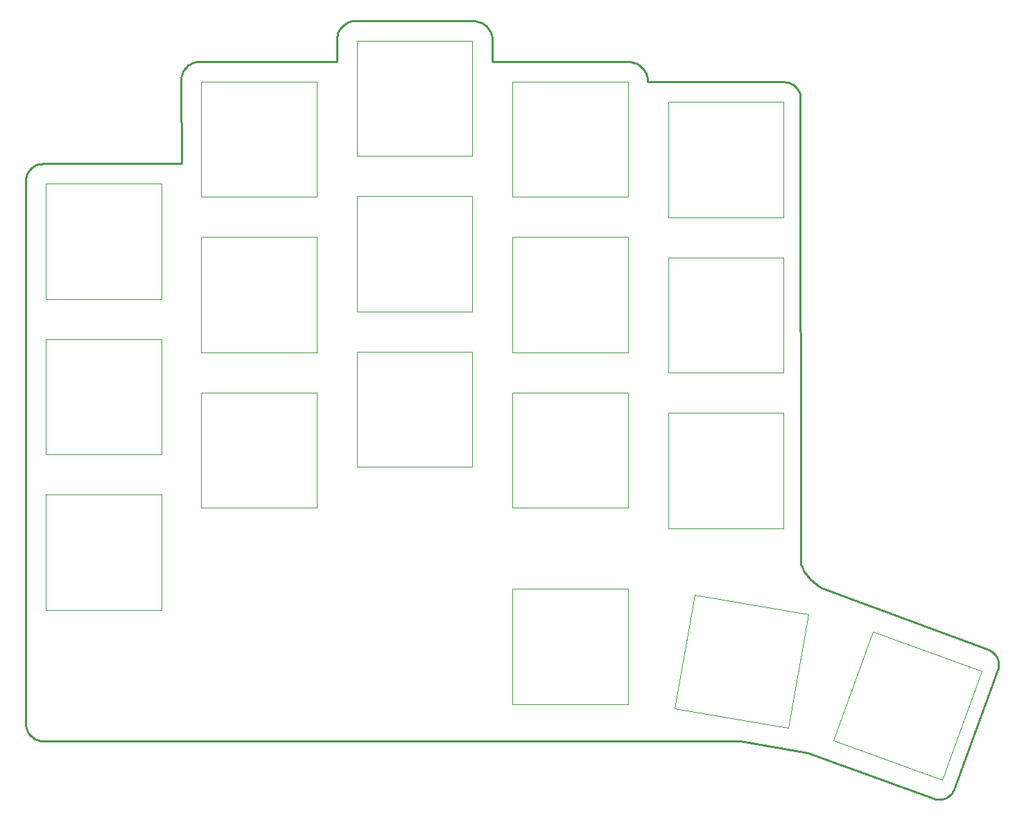
<source format=gbr>
%TF.GenerationSoftware,KiCad,Pcbnew,(5.1.10)-1*%
%TF.CreationDate,2021-12-10T08:58:51-08:00*%
%TF.ProjectId,5col-switchplate,35636f6c-2d73-4776-9974-6368706c6174,rev?*%
%TF.SameCoordinates,Original*%
%TF.FileFunction,Profile,NP*%
%FSLAX46Y46*%
G04 Gerber Fmt 4.6, Leading zero omitted, Abs format (unit mm)*
G04 Created by KiCad (PCBNEW (5.1.10)-1) date 2021-12-10 08:58:51*
%MOMM*%
%LPD*%
G01*
G04 APERTURE LIST*
%TA.AperFunction,Profile*%
%ADD10C,0.050000*%
%TD*%
%TA.AperFunction,Profile*%
%ADD11C,0.250000*%
%TD*%
G04 APERTURE END LIST*
D10*
X154989002Y-105752329D02*
X150166518Y-119001995D01*
X150166518Y-119001995D02*
X163416184Y-123824479D01*
X168238668Y-110574813D02*
X154989002Y-105752329D01*
X163416184Y-123824479D02*
X168238668Y-110574813D01*
X133193918Y-101191290D02*
X130745479Y-115077079D01*
X130745479Y-115077079D02*
X144631268Y-117525518D01*
X147079707Y-103639729D02*
X133193918Y-101191290D01*
X144631268Y-117525518D02*
X147079707Y-103639729D01*
X129942593Y-40978404D02*
X129942593Y-55078404D01*
X129942593Y-55078404D02*
X144042593Y-55078404D01*
X144042593Y-40978404D02*
X129942593Y-40978404D01*
X144042593Y-55078404D02*
X144042593Y-40978404D01*
X129942593Y-59978404D02*
X129942593Y-74078404D01*
X129942593Y-74078404D02*
X144042593Y-74078404D01*
X144042593Y-59978404D02*
X129942593Y-59978404D01*
X144042593Y-74078404D02*
X144042593Y-59978404D01*
X129942593Y-78978404D02*
X129942593Y-93078404D01*
X129942593Y-93078404D02*
X144042593Y-93078404D01*
X144042593Y-78978404D02*
X129942593Y-78978404D01*
X144042593Y-93078404D02*
X144042593Y-78978404D01*
X110942593Y-100478404D02*
X110942593Y-114578404D01*
X110942593Y-114578404D02*
X125042593Y-114578404D01*
X125042593Y-100478404D02*
X110942593Y-100478404D01*
X125042593Y-114578404D02*
X125042593Y-100478404D01*
X110942593Y-76478404D02*
X110942593Y-90578404D01*
X110942593Y-90578404D02*
X125042593Y-90578404D01*
X125042593Y-76478404D02*
X110942593Y-76478404D01*
X125042593Y-90578404D02*
X125042593Y-76478404D01*
X110942593Y-57478404D02*
X110942593Y-71578404D01*
X110942593Y-71578404D02*
X125042593Y-71578404D01*
X125042593Y-57478404D02*
X110942593Y-57478404D01*
X125042593Y-71578404D02*
X125042593Y-57478404D01*
X110942593Y-38478404D02*
X110942593Y-52578404D01*
X110942593Y-52578404D02*
X125042593Y-52578404D01*
X125042593Y-38478404D02*
X110942593Y-38478404D01*
X125042593Y-52578404D02*
X125042593Y-38478404D01*
X91942593Y-33478404D02*
X91942593Y-47578404D01*
X91942593Y-47578404D02*
X106042593Y-47578404D01*
X106042593Y-33478404D02*
X91942593Y-33478404D01*
X106042593Y-47578404D02*
X106042593Y-33478404D01*
X91942593Y-52478404D02*
X91942593Y-66578404D01*
X91942593Y-66578404D02*
X106042593Y-66578404D01*
X106042593Y-52478404D02*
X91942593Y-52478404D01*
X106042593Y-66578404D02*
X106042593Y-52478404D01*
X91942593Y-71478404D02*
X91942593Y-85578404D01*
X91942593Y-85578404D02*
X106042593Y-85578404D01*
X106042593Y-71478404D02*
X91942593Y-71478404D01*
X106042593Y-85578404D02*
X106042593Y-71478404D01*
X72942593Y-76478404D02*
X72942593Y-90578404D01*
X72942593Y-90578404D02*
X87042593Y-90578404D01*
X87042593Y-76478404D02*
X72942593Y-76478404D01*
X87042593Y-90578404D02*
X87042593Y-76478404D01*
X72942593Y-57478404D02*
X72942593Y-71578404D01*
X72942593Y-71578404D02*
X87042593Y-71578404D01*
X87042593Y-57478404D02*
X72942593Y-57478404D01*
X87042593Y-71578404D02*
X87042593Y-57478404D01*
X72942593Y-38478404D02*
X72942593Y-52578404D01*
X72942593Y-52578404D02*
X87042593Y-52578404D01*
X87042593Y-38478404D02*
X72942593Y-38478404D01*
X87042593Y-52578404D02*
X87042593Y-38478404D01*
X53942593Y-88978404D02*
X53942593Y-103078404D01*
X53942593Y-103078404D02*
X68042593Y-103078404D01*
X68042593Y-88978404D02*
X53942593Y-88978404D01*
X68042593Y-103078404D02*
X68042593Y-88978404D01*
X53942593Y-69978404D02*
X53942593Y-84078404D01*
X53942593Y-84078404D02*
X68042593Y-84078404D01*
X68042593Y-69978404D02*
X53942593Y-69978404D01*
X68042593Y-84078404D02*
X68042593Y-69978404D01*
X53942593Y-50978404D02*
X53942593Y-65078404D01*
X53942593Y-65078404D02*
X68042593Y-65078404D01*
X68042593Y-50978404D02*
X53942593Y-50978404D01*
X68042593Y-65078404D02*
X68042593Y-50978404D01*
D11*
X148900593Y-100510404D02*
X148663172Y-100376573D01*
X148663172Y-100376573D02*
X148429738Y-100232140D01*
X148429738Y-100232140D02*
X148201230Y-100077305D01*
X148201230Y-100077305D02*
X147978589Y-99912266D01*
X147978589Y-99912266D02*
X147762754Y-99737223D01*
X147762754Y-99737223D02*
X147554665Y-99552375D01*
X147554665Y-99552375D02*
X147355262Y-99357920D01*
X147355262Y-99357920D02*
X147165485Y-99154058D01*
X147165485Y-99154058D02*
X146986274Y-98940988D01*
X146986274Y-98940988D02*
X146818569Y-98718910D01*
X146818569Y-98718910D02*
X146663309Y-98488022D01*
X146663309Y-98488022D02*
X146521435Y-98248523D01*
X146521435Y-98248523D02*
X146393887Y-98000612D01*
X146393887Y-98000612D02*
X146281603Y-97744490D01*
X146281603Y-97744490D02*
X146185525Y-97480354D01*
X146185525Y-97480354D02*
X146106593Y-97208404D01*
X127462596Y-38525458D02*
X144074593Y-38521704D01*
X52107378Y-118442147D02*
X51928159Y-118239278D01*
X51928159Y-118239278D02*
X51776485Y-118017769D01*
X51776485Y-118017769D02*
X51653517Y-117780428D01*
X51653517Y-117780428D02*
X51560417Y-117530061D01*
X51560417Y-117530061D02*
X51498348Y-117269476D01*
X51498348Y-117269476D02*
X51468471Y-117001478D01*
X51468471Y-117001478D02*
X51465795Y-116892833D01*
X162413393Y-126126304D02*
X146983414Y-120510248D01*
X146983414Y-120510248D02*
X138740593Y-119076352D01*
X138740593Y-119076352D02*
X53656647Y-119083807D01*
X51465795Y-116892833D02*
X51460425Y-50682975D01*
X53656647Y-119083807D02*
X53386471Y-119067120D01*
X53386471Y-119067120D02*
X53122587Y-119017775D01*
X53122587Y-119017775D02*
X52867801Y-118936934D01*
X52867801Y-118936934D02*
X52624921Y-118825761D01*
X52624921Y-118825761D02*
X52396752Y-118685418D01*
X52396752Y-118685418D02*
X52186103Y-118517068D01*
X52186103Y-118517068D02*
X52107378Y-118442147D01*
X89511871Y-36027018D02*
X89484135Y-33331526D01*
X70511889Y-48525643D02*
X70471881Y-38284649D01*
X106005278Y-31025537D02*
X106313215Y-31044701D01*
X106313215Y-31044701D02*
X106613888Y-31101315D01*
X106613888Y-31101315D02*
X106904061Y-31194028D01*
X106904061Y-31194028D02*
X107180498Y-31321490D01*
X107180498Y-31321490D02*
X107439962Y-31482351D01*
X107439962Y-31482351D02*
X107679218Y-31675260D01*
X107679218Y-31675260D02*
X107768538Y-31761096D01*
X126761564Y-36762361D02*
X126962212Y-36994499D01*
X126962212Y-36994499D02*
X127130979Y-37247640D01*
X127130979Y-37247640D02*
X127266564Y-37518502D01*
X127266564Y-37518502D02*
X127367664Y-37803801D01*
X127367664Y-37803801D02*
X127432977Y-38100256D01*
X127432977Y-38100256D02*
X127461201Y-38404585D01*
X127461201Y-38404585D02*
X127461814Y-38527787D01*
X72720645Y-36027071D02*
X89511871Y-36027018D01*
X71127405Y-36688835D02*
X71335810Y-36504045D01*
X71335810Y-36504045D02*
X71563483Y-36347632D01*
X71563483Y-36347632D02*
X71807524Y-36220801D01*
X71807524Y-36220801D02*
X72065032Y-36124756D01*
X72065032Y-36124756D02*
X72333107Y-36060703D01*
X72333107Y-36060703D02*
X72608850Y-36029848D01*
X72608850Y-36029848D02*
X72720645Y-36027071D01*
X91765892Y-31026073D02*
X106005278Y-31025537D01*
X51460425Y-50682975D02*
X51485301Y-50354530D01*
X51485301Y-50354530D02*
X51557434Y-50041640D01*
X51557434Y-50041640D02*
X51673165Y-49747961D01*
X51673165Y-49747961D02*
X51828835Y-49477152D01*
X51828835Y-49477152D02*
X52020786Y-49232871D01*
X52020786Y-49232871D02*
X52245360Y-49018776D01*
X52245360Y-49018776D02*
X52498898Y-48838525D01*
X52498898Y-48838525D02*
X52777742Y-48695775D01*
X52777742Y-48695775D02*
X53078234Y-48594186D01*
X53078234Y-48594186D02*
X53396715Y-48537414D01*
X53396715Y-48537414D02*
X53617224Y-48526272D01*
X108486229Y-33531712D02*
X108460889Y-36027407D01*
X125010556Y-36026790D02*
X125316792Y-36045966D01*
X125316792Y-36045966D02*
X125615713Y-36102614D01*
X125615713Y-36102614D02*
X125904065Y-36195366D01*
X125904065Y-36195366D02*
X126178591Y-36322853D01*
X126178591Y-36322853D02*
X126436035Y-36483708D01*
X126436035Y-36483708D02*
X126673144Y-36676564D01*
X126673144Y-36676564D02*
X126761564Y-36762361D01*
X107768538Y-31761096D02*
X107971552Y-31993428D01*
X107971552Y-31993428D02*
X108142841Y-32246945D01*
X108142841Y-32246945D02*
X108281087Y-32518395D01*
X108281087Y-32518395D02*
X108384974Y-32804530D01*
X108384974Y-32804530D02*
X108453183Y-33102097D01*
X108453183Y-33102097D02*
X108484397Y-33407848D01*
X108484397Y-33407848D02*
X108486229Y-33531712D01*
X90144071Y-31702802D02*
X90355854Y-31513892D01*
X90355854Y-31513892D02*
X90587422Y-31353964D01*
X90587422Y-31353964D02*
X90835796Y-31224261D01*
X90835796Y-31224261D02*
X91097999Y-31126024D01*
X91097999Y-31126024D02*
X91371053Y-31060496D01*
X91371053Y-31060496D02*
X91651982Y-31028919D01*
X91651982Y-31028919D02*
X91765892Y-31026073D01*
X70471881Y-38284649D02*
X70488034Y-38006588D01*
X70488034Y-38006588D02*
X70537891Y-37734902D01*
X70537891Y-37734902D02*
X70620257Y-37472494D01*
X70620257Y-37472494D02*
X70733940Y-37222271D01*
X70733940Y-37222271D02*
X70877745Y-36987138D01*
X70877745Y-36987138D02*
X71050478Y-36770000D01*
X71050478Y-36770000D02*
X71127405Y-36688835D01*
X108460889Y-36027407D02*
X125010556Y-36026790D01*
X89484135Y-33331526D02*
X89498856Y-33048112D01*
X89498856Y-33048112D02*
X89548092Y-32771026D01*
X89548092Y-32771026D02*
X89630632Y-32503259D01*
X89630632Y-32503259D02*
X89745264Y-32247799D01*
X89745264Y-32247799D02*
X89890778Y-32007637D01*
X89890778Y-32007637D02*
X90065961Y-31785762D01*
X90065961Y-31785762D02*
X90144071Y-31702802D01*
X53617224Y-48526272D02*
X70511889Y-48525643D01*
X169055493Y-107939904D02*
X148900593Y-100510404D01*
X164836161Y-124992600D02*
X170189197Y-110362672D01*
X169055493Y-107939904D02*
X169318602Y-108058808D01*
X169318602Y-108058808D02*
X169554800Y-108211934D01*
X169554800Y-108211934D02*
X169762171Y-108395186D01*
X169762171Y-108395186D02*
X169938798Y-108604470D01*
X169938798Y-108604470D02*
X170082766Y-108835692D01*
X170082766Y-108835692D02*
X170192159Y-109084757D01*
X170192159Y-109084757D02*
X170265060Y-109347570D01*
X170265060Y-109347570D02*
X170299554Y-109620037D01*
X170299554Y-109620037D02*
X170293724Y-109898063D01*
X170293724Y-109898063D02*
X170245655Y-110177553D01*
X170245655Y-110177553D02*
X170189197Y-110362672D01*
X164836161Y-124992600D02*
X164717256Y-125255709D01*
X164717256Y-125255709D02*
X164564130Y-125491907D01*
X164564130Y-125491907D02*
X164380878Y-125699278D01*
X164380878Y-125699278D02*
X164171594Y-125875905D01*
X164171594Y-125875905D02*
X163940372Y-126019873D01*
X163940372Y-126019873D02*
X163691307Y-126129266D01*
X163691307Y-126129266D02*
X163428494Y-126202167D01*
X163428494Y-126202167D02*
X163156027Y-126236661D01*
X163156027Y-126236661D02*
X162878001Y-126230831D01*
X162878001Y-126230831D02*
X162598511Y-126182762D01*
X162598511Y-126182762D02*
X162413393Y-126126304D01*
X144074593Y-38521704D02*
X144384520Y-38545166D01*
X144384520Y-38545166D02*
X144679710Y-38613304D01*
X144679710Y-38613304D02*
X144956646Y-38722745D01*
X144956646Y-38722745D02*
X145211812Y-38870118D01*
X145211812Y-38870118D02*
X145441691Y-39052050D01*
X145441691Y-39052050D02*
X145642768Y-39265169D01*
X145642768Y-39265169D02*
X145811525Y-39506102D01*
X145811525Y-39506102D02*
X145944447Y-39771477D01*
X145944447Y-39771477D02*
X146038018Y-40057922D01*
X146038018Y-40057922D02*
X146088721Y-40362064D01*
X146088721Y-40362064D02*
X146096972Y-40572992D01*
X146096972Y-40572992D02*
X146106593Y-97208404D01*
M02*

</source>
